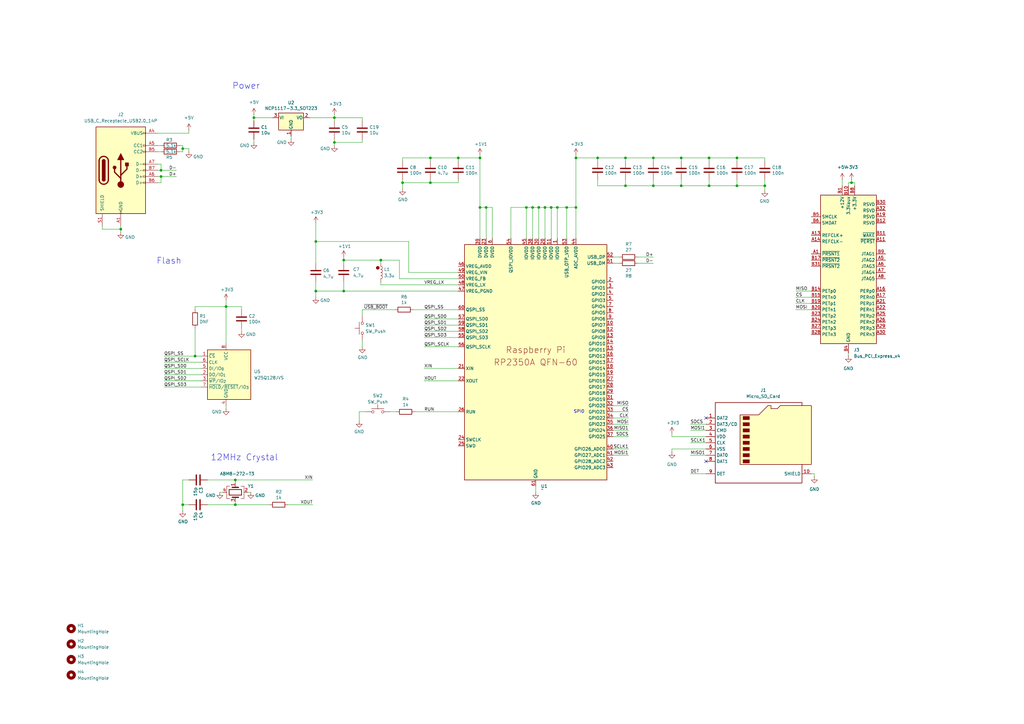
<source format=kicad_sch>
(kicad_sch (version 20250114) (generator "eeschema") (generator_version "9.0")
  (paper "A3")
  (lib_symbols
    (symbol "+3V3_1" (power) (pin_numbers (hide yes)) (pin_names (offset 0) (hide yes))
      (property "Value" "+3V3" (at 0 3.556 0))
      (symbol "+3V3_1_1_1"
        (pin power_in line (at 0 0 90) (length 0) (name "~") (number "1"))
      )
    )
    (symbol "Connector:Bus_PCI_Express_x4"
      (property "Reference" "J" (at -8.89 33.02 0))
      (property "Value" "Bus_PCI_Express_x4" (at 12.7 33.02 0))
      (symbol "Bus_PCI_Express_x4_1_1"
        (pin input line (at -15.24 22.86 0) (length 3.81) (name "SMCLK") (number "B5"))
        (pin bidirectional line (at -15.24 20.32 0) (length 3.81) (name "SMDAT") (number "B6"))
        (pin input line (at -15.24 15.24 0) (length 3.81) (name "REFCLK+") (number "A13"))
        (pin input line (at -15.24 12.7 0) (length 3.81) (name "REFCLK-") (number "A14"))
        (pin passive line (at -15.24 7.62 0) (length 3.81) (name "~{PRSNT1}") (number "A1"))
        (pin passive line (at -15.24 5.08 0) (length 3.81) (name "~{PRSNT2}") (number "B17"))
        (pin passive line (at -15.24 2.54 0) (length 3.81) (name "~{PRSNT2}") (number "B31"))
        (pin input line (at -15.24 -7.62 0) (length 3.81) (name "PETp0") (number "B14"))
        (pin input line (at -15.24 -10.16 0) (length 3.81) (name "PETn0") (number "B15"))
        (pin input line (at -15.24 -12.7 0) (length 3.81) (name "PETp1") (number "B19"))
        (pin input line (at -15.24 -15.24 0) (length 3.81) (name "PETn1") (number "B20"))
        (pin input line (at -15.24 -17.78 0) (length 3.81) (name "PETp2") (number "B23"))
        (pin input line (at -15.24 -20.32 0) (length 3.81) (name "PETn2") (number "B24"))
        (pin input line (at -15.24 -22.86 0) (length 3.81) (name "PETp3") (number "B27"))
        (pin input line (at -15.24 -25.4 0) (length 3.81) (name "PETn3") (number "B28"))
        (pin passive line (at -2.54 35.56 270) (length 3.81) (hide yes) (name "+12V") (number "A2"))
        (pin passive line (at -2.54 35.56 270) (length 3.81) (hide yes) (name "+12V") (number "A3"))
        (pin power_in line (at -2.54 35.56 270) (length 3.81) (name "+12V") (number "B1"))
        (pin passive line (at -2.54 35.56 270) (length 3.81) (hide yes) (name "+12V") (number "B2"))
        (pin passive line (at -2.54 35.56 270) (length 3.81) (hide yes) (name "+12V") (number "B3"))
        (pin power_in line (at 0 35.56 270) (length 3.81) (name "3.3Vaux") (number "B10"))
        (pin passive line (at 0 -33.02 90) (length 3.81) (hide yes) (name "GND") (number "A12"))
        (pin passive line (at 0 -33.02 90) (length 3.81) (hide yes) (name "GND") (number "A15"))
        (pin passive line (at 0 -33.02 90) (length 3.81) (hide yes) (name "GND") (number "A18"))
        (pin passive line (at 0 -33.02 90) (length 3.81) (hide yes) (name "GND") (number "A20"))
        (pin passive line (at 0 -33.02 90) (length 3.81) (hide yes) (name "GND") (number "A23"))
        (pin passive line (at 0 -33.02 90) (length 3.81) (hide yes) (name "GND") (number "A24"))
        (pin passive line (at 0 -33.02 90) (length 3.81) (hide yes) (name "GND") (number "A27"))
        (pin passive line (at 0 -33.02 90) (length 3.81) (hide yes) (name "GND") (number "A28"))
        (pin passive line (at 0 -33.02 90) (length 3.81) (hide yes) (name "GND") (number "A31"))
        (pin passive line (at 0 -33.02 90) (length 3.81) (hide yes) (name "GND") (number "A4"))
        (pin passive line (at 0 -33.02 90) (length 3.81) (hide yes) (name "GND") (number "B13"))
        (pin passive line (at 0 -33.02 90) (length 3.81) (hide yes) (name "GND") (number "B16"))
        (pin passive line (at 0 -33.02 90) (length 3.81) (hide yes) (name "GND") (number "B18"))
        (pin passive line (at 0 -33.02 90) (length 3.81) (hide yes) (name "GND") (number "B21"))
        (pin passive line (at 0 -33.02 90) (length 3.81) (hide yes) (name "GND") (number "B22"))
        (pin passive line (at 0 -33.02 90) (length 3.81) (hide yes) (name "GND") (number "B25"))
        (pin passive line (at 0 -33.02 90) (length 3.81) (hide yes) (name "GND") (number "B26"))
        (pin passive line (at 0 -33.02 90) (length 3.81) (hide yes) (name "GND") (number "B29"))
        (pin passive line (at 0 -33.02 90) (length 3.81) (hide yes) (name "GND") (number "B32"))
        (pin power_in line (at 0 -33.02 90) (length 3.81) (name "GND") (number "B4"))
        (pin passive line (at 0 -33.02 90) (length 3.81) (hide yes) (name "GND") (number "B7"))
        (pin passive line (at 2.54 35.56 270) (length 3.81) (hide yes) (name "+3.3V") (number "A10"))
        (pin passive line (at 2.54 35.56 270) (length 3.81) (hide yes) (name "+3.3V") (number "A9"))
        (pin power_in line (at 2.54 35.56 270) (length 3.81) (name "+3.3V") (number "B8"))
        (pin passive line (at 15.24 27.94 180) (length 3.81) (name "RSVD") (number "B30"))
        (pin passive line (at 15.24 25.4 180) (length 3.81) (name "RSVD") (number "A32"))
        (pin passive line (at 15.24 22.86 180) (length 3.81) (name "RSVD") (number "A19"))
        (pin passive line (at 15.24 20.32 180) (length 3.81) (name "RSVD") (number "B12"))
        (pin open_collector line (at 15.24 15.24 180) (length 3.81) (name "~{WAKE}") (number "B11"))
        (pin input line (at 15.24 12.7 180) (length 3.81) (name "~{PERST}") (number "A11"))
        (pin input line (at 15.24 7.62 180) (length 3.81) (name "JTAG1") (number "B9"))
        (pin input line (at 15.24 5.08 180) (length 3.81) (name "JTAG2") (number "A5"))
        (pin input line (at 15.24 2.54 180) (length 3.81) (name "JTAG3") (number "A6"))
        (pin output line (at 15.24 0 180) (length 3.81) (name "JTAG4") (number "A7"))
        (pin input line (at 15.24 -2.54 180) (length 3.81) (name "JTAG5") (number "A8"))
        (pin output line (at 15.24 -7.62 180) (length 3.81) (name "PERp0") (number "A16"))
        (pin output line (at 15.24 -10.16 180) (length 3.81) (name "PERn0") (number "A17"))
        (pin output line (at 15.24 -12.7 180) (length 3.81) (name "PERp1") (number "A21"))
        (pin output line (at 15.24 -15.24 180) (length 3.81) (name "PERn1") (number "A22"))
        (pin output line (at 15.24 -17.78 180) (length 3.81) (name "PERp2") (number "A25"))
        (pin output line (at 15.24 -20.32 180) (length 3.81) (name "PERn2") (number "A26"))
        (pin output line (at 15.24 -22.86 180) (length 3.81) (name "PERp3") (number "A29"))
        (pin output line (at 15.24 -25.4 180) (length 3.81) (name "PERn3") (number "A30"))
      )
    )
    (symbol "Connector:Micro_SD_Card_Det1"
      (property "Reference" "J" (at -16.51 17.78 0))
      (property "Value" "Micro_SD_Card_Det1" (at 16.51 17.78 0))
      (symbol "Micro_SD_Card_Det1_1_1"
        (pin bidirectional line (at -22.86 10.16 0) (length 3.81) (name "DAT2") (number "1"))
        (pin bidirectional line (at -22.86 7.62 0) (length 3.81) (name "DAT3/CD") (number "2"))
        (pin input line (at -22.86 5.08 0) (length 3.81) (name "CMD") (number "3"))
        (pin power_in line (at -22.86 2.54 0) (length 3.81) (name "VDD") (number "4"))
        (pin input line (at -22.86 0 0) (length 3.81) (name "CLK") (number "5"))
        (pin power_in line (at -22.86 -2.54 0) (length 3.81) (name "VSS") (number "6"))
        (pin bidirectional line (at -22.86 -5.08 0) (length 3.81) (name "DAT0") (number "7"))
        (pin bidirectional line (at -22.86 -7.62 0) (length 3.81) (name "DAT1") (number "8"))
        (pin passive line (at -22.86 -12.7 0) (length 3.81) (name "DET") (number "9"))
        (pin passive line (at 20.32 -12.7 180) (length 3.81) (name "SHIELD") (number "10"))
      )
    )
    (symbol "Connector:USB_C_Receptacle_USB2.0_14P" (pin_names (offset 1.016))
      (property "Reference" "J" (at 0 22.225 0))
      (property "Value" "USB_C_Receptacle_USB2.0_14P" (at 0 19.685 0))
      (symbol "USB_C_Receptacle_USB2.0_14P_1_1"
        (pin passive line (at -7.62 -22.86 90) (length 5.08) (name "SHIELD") (number "S1"))
        (pin passive line (at 0 -22.86 90) (length 5.08) (name "GND") (number "A1"))
        (pin passive line (at 0 -22.86 90) (length 5.08) (hide yes) (name "GND") (number "A12"))
        (pin passive line (at 0 -22.86 90) (length 5.08) (hide yes) (name "GND") (number "B1"))
        (pin passive line (at 0 -22.86 90) (length 5.08) (hide yes) (name "GND") (number "B12"))
        (pin passive line (at 15.24 15.24 180) (length 5.08) (name "VBUS") (number "A4"))
        (pin passive line (at 15.24 15.24 180) (length 5.08) (hide yes) (name "VBUS") (number "A9"))
        (pin passive line (at 15.24 15.24 180) (length 5.08) (hide yes) (name "VBUS") (number "B4"))
        (pin passive line (at 15.24 15.24 180) (length 5.08) (hide yes) (name "VBUS") (number "B9"))
        (pin bidirectional line (at 15.24 10.16 180) (length 5.08) (name "CC1") (number "A5"))
        (pin bidirectional line (at 15.24 7.62 180) (length 5.08) (name "CC2") (number "B5"))
        (pin bidirectional line (at 15.24 2.54 180) (length 5.08) (name "D-") (number "A7"))
        (pin bidirectional line (at 15.24 0 180) (length 5.08) (name "D-") (number "B7"))
        (pin bidirectional line (at 15.24 -2.54 180) (length 5.08) (name "D+") (number "A6"))
        (pin bidirectional line (at 15.24 -5.08 180) (length 5.08) (name "D+") (number "B6"))
      )
    )
    (symbol "Device:C" (pin_numbers (hide yes)) (pin_names (offset 0.254))
      (property "Reference" "C" (at 0.635 2.54 0))
      (property "Value" "C" (at 0.635 -2.54 0))
      (symbol "C_1_1"
        (pin passive line (at 0 3.81 270) (length 2.794) (name "~") (number "1"))
        (pin passive line (at 0 -3.81 90) (length 2.794) (name "~") (number "2"))
      )
    )
    (symbol "Device:Crystal_GND24" (pin_names (offset 1.016) (hide yes))
      (property "Reference" "Y" (at 3.175 5.08 0))
      (property "Value" "Crystal_GND24" (at 3.175 3.175 0))
      (symbol "Crystal_GND24_1_1"
        (pin passive line (at -3.81 0 0) (length 1.27) (name "1") (number "1"))
        (pin passive line (at 0 5.08 270) (length 1.27) (name "2") (number "2"))
        (pin passive line (at 0 -5.08 90) (length 1.27) (name "4") (number "4"))
        (pin passive line (at 3.81 0 180) (length 1.27) (name "3") (number "3"))
      )
    )
    (symbol "Device:L" (pin_numbers (hide yes)) (pin_names (offset 1.016) (hide yes))
      (property "Reference" "L" (at -1.27 0 90))
      (property "Value" "L" (at 1.905 0 90))
      (symbol "L_1_1"
        (pin passive line (at 0 3.81 270) (length 1.27) (name "1") (number "1"))
        (pin passive line (at 0 -3.81 90) (length 1.27) (name "2") (number "2"))
      )
    )
    (symbol "Device:R" (pin_numbers (hide yes)) (pin_names (offset 0))
      (property "Reference" "R" (at 2.032 0 90))
      (property "Value" "R" (at 0 0 90))
      (symbol "R_1_1"
        (pin passive line (at 0 3.81 270) (length 1.27) (name "~") (number "1"))
        (pin passive line (at 0 -3.81 90) (length 1.27) (name "~") (number "2"))
      )
    )
    (symbol "GND_1" (power) (pin_numbers (hide yes)) (pin_names (offset 0) (hide yes))
      (property "Value" "GND" (at 0 -3.81 0))
      (symbol "GND_1_1_1"
        (pin power_in line (at 0 0 270) (length 0) (name "~") (number "1"))
      )
    )
    (symbol "GND_2" (power) (pin_numbers (hide yes)) (pin_names (offset 0) (hide yes))
      (property "Value" "GND" (at 0 -3.81 0))
      (symbol "GND_2_1_1"
        (pin power_in line (at 0 0 270) (length 0) (name "~") (number "1"))
      )
    )
    (symbol "GND_4" (power) (pin_numbers (hide yes)) (pin_names (offset 0) (hide yes))
      (property "Value" "GND" (at 0 -3.81 0))
      (symbol "GND_4_1_1"
        (pin power_in line (at 0 0 270) (length 0) (name "~") (number "1"))
      )
    )
    (symbol "Mechanical:MountingHole" (pin_names (offset 1.016)) (in_bom no)
      (property "Reference" "H" (at 0 5.08 0))
      (property "Value" "MountingHole" (at 0 3.175 0))
    )
    (symbol "Regulator_Linear:NCP1117-3.3_SOT223" (pin_names (offset 0.254))
      (property "Reference" "U" (at -3.81 3.175 0))
      (property "Value" "NCP1117-3.3_SOT223" (at 0 3.175 0))
      (symbol "NCP1117-3.3_SOT223_1_1"
        (pin power_in line (at -7.62 0 0) (length 2.54) (name "VI") (number "3"))
        (pin power_in line (at 0 -7.62 90) (length 2.54) (name "GND") (number "1"))
        (pin power_out line (at 7.62 0 180) (length 2.54) (name "VO") (number "2"))
      )
    )
    (symbol "Switch:SW_Push" (pin_numbers (hide yes)) (pin_names (offset 1.016) (hide yes))
      (property "Reference" "SW" (at 1.27 2.54 0))
      (property "Value" "SW_Push" (at 0 -1.524 0))
      (symbol "SW_Push_0_1"
        (pin passive line (at -5.08 0 0) (length 2.54) (name "1") (number "1"))
        (pin passive line (at 5.08 0 180) (length 2.54) (name "2") (number "2"))
      )
    )
    (symbol "W25Q128JVS_1"
      (property "Reference" "U" (at -6.35 11.43 0))
      (property "Value" "W25Q128JVS" (at 7.62 11.43 0))
      (symbol "W25Q128JVS_1_1_1"
        (pin input line (at -10.16 7.62 0) (length 2.54) (name "~{CS}") (number "1"))
        (pin input line (at -10.16 5.08 0) (length 2.54) (name "CLK") (number "6"))
        (pin bidirectional line (at -10.16 2.54 0) (length 2.54) (name "DI/IO_{0}") (number "5"))
        (pin bidirectional line (at -10.16 0 0) (length 2.54) (name "DO/IO_{1}") (number "2"))
        (pin bidirectional line (at -10.16 -2.54 0) (length 2.54) (name "~{WP}/IO_{2}") (number "3"))
        (pin bidirectional line (at -10.16 -5.08 0) (length 2.54) (name "~{HOLD}/~{RESET}/IO_{3}") (number "7"))
        (pin power_in line (at 0 12.7 270) (length 2.54) (name "VCC") (number "8"))
        (pin power_in line (at 0 -12.7 90) (length 2.54) (name "GND") (number "4"))
      )
    )
    (symbol "inkbadge:RP2350A"
      (property "Reference" "U" (at 4.318 -50.546 0))
      (symbol "RP2350A_0_0"
        (text "Raspberry Pi" (at 0 5.08 0) (effects (font (size 2.54 2.54))))
      )
      (symbol "RP2350A_1_0"
        (text "RP2350A QFN-60" (at 0 0 0) (effects (font (size 2.54 2.54))))
      )
      (symbol "RP2350A_1_1"
        (pin power_in line (at -31.75 39.37 0) (length 2.54) (name "VREG_AVDD") (number "46"))
        (pin power_in line (at -31.75 36.83 0) (length 2.54) (name "VREG_VIN") (number "49"))
        (pin input line (at -31.75 34.29 0) (length 2.54) (name "VREG_FB") (number "50"))
        (pin power_out line (at -31.75 31.75 0) (length 2.54) (name "VREG_LX") (number "48"))
        (pin power_in line (at -31.75 29.21 0) (length 2.54) (name "VREG_PGND") (number "47"))
        (pin bidirectional line (at -31.75 21.59 0) (length 2.54) (name "QSPI_SS") (number "60"))
        (pin bidirectional line (at -31.75 17.78 0) (length 2.54) (name "QSPI_SD0") (number "57"))
        (pin bidirectional line (at -31.75 15.24 0) (length 2.54) (name "QSPI_SD1") (number "59"))
        (pin bidirectional line (at -31.75 12.7 0) (length 2.54) (name "QSPI_SD2") (number "58"))
        (pin bidirectional line (at -31.75 10.16 0) (length 2.54) (name "QSPI_SD3") (number "55"))
        (pin output line (at -31.75 6.35 0) (length 2.54) (name "QSPI_SCLK") (number "56"))
        (pin input line (at -31.75 -2.54 0) (length 2.54) (name "XIN") (number "21"))
        (pin passive line (at -31.75 -7.62 0) (length 2.54) (name "XOUT") (number "22"))
        (pin input line (at -31.75 -20.32 0) (length 2.54) (name "RUN") (number "26"))
        (pin output line (at -31.75 -31.75 0) (length 2.54) (name "SWCLK") (number "24"))
        (pin bidirectional line (at -31.75 -34.29 0) (length 2.54) (name "SWD") (number "25"))
        (pin power_in line (at -22.86 50.8 270) (length 2.54) (name "DVDD") (number "39"))
        (pin power_in line (at -20.32 50.8 270) (length 2.54) (name "DVDD") (number "23"))
        (pin power_in line (at -17.78 50.8 270) (length 2.54) (name "DVDD") (number "6"))
        (pin power_in line (at -10.16 50.8 270) (length 2.54) (name "QSPI_IOVDD") (number "54"))
        (pin power_in line (at -3.81 50.8 270) (length 2.54) (name "IOVDD") (number "45"))
        (pin power_in line (at -1.27 50.8 270) (length 2.54) (name "IOVDD") (number "38"))
        (pin power_in line (at 0 -50.8 90) (length 2.54) (name "GND") (number "61"))
        (pin power_in line (at 1.27 50.8 270) (length 2.54) (name "IOVDD") (number "30"))
        (pin power_in line (at 3.81 50.8 270) (length 2.54) (name "IOVDD") (number "20"))
        (pin power_in line (at 6.35 50.8 270) (length 2.54) (name "IOVDD") (number "11"))
        (pin power_in line (at 8.89 50.8 270) (length 2.54) (name "IOVDD") (number "1"))
        (pin power_in line (at 12.7 50.8 270) (length 2.54) (name "USB_OTP_VDD") (number "53"))
        (pin power_in line (at 16.51 50.8 270) (length 2.54) (name "ADC_AVDD") (number "44"))
        (pin bidirectional line (at 31.75 43.18 180) (length 2.54) (name "USB_DP") (number "52"))
        (pin bidirectional line (at 31.75 40.64 180) (length 2.54) (name "USB_DM") (number "51"))
        (pin bidirectional line (at 31.75 33.02 180) (length 2.54) (name "GPIO0") (number "2"))
        (pin bidirectional line (at 31.75 30.48 180) (length 2.54) (name "GPIO1") (number "3"))
        (pin bidirectional line (at 31.75 27.94 180) (length 2.54) (name "GPIO2") (number "4"))
        (pin bidirectional line (at 31.75 25.4 180) (length 2.54) (name "GPIO3") (number "5"))
        (pin bidirectional line (at 31.75 22.86 180) (length 2.54) (name "GPIO4") (number "7"))
        (pin bidirectional line (at 31.75 20.32 180) (length 2.54) (name "GPIO5") (number "8"))
        (pin bidirectional line (at 31.75 17.78 180) (length 2.54) (name "GPIO6") (number "9"))
        (pin bidirectional line (at 31.75 15.24 180) (length 2.54) (name "GPIO7") (number "10"))
        (pin bidirectional line (at 31.75 12.7 180) (length 2.54) (name "GPIO8") (number "12"))
        (pin bidirectional line (at 31.75 10.16 180) (length 2.54) (name "GPIO9") (number "13"))
        (pin bidirectional line (at 31.75 7.62 180) (length 2.54) (name "GPIO10") (number "14"))
        (pin bidirectional line (at 31.75 5.08 180) (length 2.54) (name "GPIO11") (number "15"))
        (pin bidirectional line (at 31.75 2.54 180) (length 2.54) (name "GPIO12") (number "16"))
        (pin bidirectional line (at 31.75 0 180) (length 2.54) (name "GPIO13") (number "17"))
        (pin bidirectional line (at 31.75 -2.54 180) (length 2.54) (name "GPIO14") (number "18"))
        (pin bidirectional line (at 31.75 -5.08 180) (length 2.54) (name "GPIO15") (number "19"))
        (pin bidirectional line (at 31.75 -7.62 180) (length 2.54) (name "GPIO16") (number "27"))
        (pin bidirectional line (at 31.75 -10.16 180) (length 2.54) (name "GPIO17") (number "28"))
        (pin bidirectional line (at 31.75 -12.7 180) (length 2.54) (name "GPIO18") (number "29"))
        (pin bidirectional line (at 31.75 -15.24 180) (length 2.54) (name "GPIO19") (number "31"))
        (pin bidirectional line (at 31.75 -17.78 180) (length 2.54) (name "GPIO20") (number "32"))
        (pin bidirectional line (at 31.75 -20.32 180) (length 2.54) (name "GPIO21") (number "33"))
        (pin bidirectional line (at 31.75 -22.86 180) (length 2.54) (name "GPIO22") (number "34"))
        (pin bidirectional line (at 31.75 -25.4 180) (length 2.54) (name "GPIO23") (number "35"))
        (pin bidirectional line (at 31.75 -27.94 180) (length 2.54) (name "GPIO24") (number "36"))
        (pin bidirectional line (at 31.75 -30.48 180) (length 2.54) (name "GPIO25") (number "37"))
        (pin bidirectional line (at 31.75 -35.56 180) (length 2.54) (name "GPIO26_ADC0") (number "40"))
        (pin bidirectional line (at 31.75 -38.1 180) (length 2.54) (name "GPIO27_ADC1") (number "41"))
        (pin bidirectional line (at 31.75 -40.64 180) (length 2.54) (name "GPIO28_ADC2") (number "42"))
        (pin bidirectional line (at 31.75 -43.18 180) (length 2.54) (name "GPIO29_ADC3") (number "43"))
      )
    )
    (symbol "power:+1V1" (power) (pin_names (offset 0))
      (property "Value" "+1V1" (at 0 3.556 0))
      (symbol "+1V1_1_1"
        (pin power_in line (at 0 0 90) (length 0) (hide yes) (name "+1V1") (number "1"))
      )
    )
    (symbol "power:+3V3" (power) (pin_names (offset 0))
      (property "Value" "+3V3" (at 0 3.556 0))
      (symbol "+3V3_1_1"
        (pin power_in line (at 0 0 90) (length 0) (hide yes) (name "+3V3") (number "1"))
      )
    )
    (symbol "power:+5V" (power) (pin_numbers (hide yes)) (pin_names (offset 0) (hide yes))
      (property "Value" "+5V" (at 0 3.556 0))
      (symbol "+5V_1_1"
        (pin power_in line (at 0 0 90) (length 0) (name "~") (number "1"))
      )
    )
    (symbol "power:GND" (power) (pin_names (offset 0))
      (property "Value" "GND" (at 0 -3.81 0))
      (symbol "GND_1_1"
        (pin power_in line (at 0 0 270) (length 0) (hide yes) (name "GND") (number "1"))
      )
    )
  )
  (circle (center 154.94 109.855) (radius 0.635) (stroke (width 0) (color 132 0 0 1)) (fill (type color) (color 132 0 0 1)))
  (text "Power" (at 95.25 36.83 0) (effects (font (size 2.54 2.54)) (justify left bottom)))
  (text "SPI0" (at 237.49 168.91 0) (effects (font (size 1.27 1.27))))
  (text "12MHz Crystal" (at 86.36 189.23 0) (effects (font (size 2.54 2.54)) (justify left bottom)))
  (text "Flash" (at 64.135 108.585 0) (effects (font (size 2.54 2.54)) (justify left bottom)))
  (junction (at 66.04 72.39))
  (junction (at 290.83 64.77))
  (junction (at 220.98 85.09))
  (junction (at 129.54 119.38))
  (junction (at 140.97 119.38))
  (junction (at 290.83 76.2))
  (junction (at 279.4 64.77))
  (junction (at 80.01 146.05))
  (junction (at 228.6 85.09))
  (junction (at 137.16 48.26))
  (junction (at 256.54 76.2))
  (junction (at 96.52 207.01))
  (junction (at 140.97 106.68))
  (junction (at 176.53 64.77))
  (junction (at 236.22 85.09))
  (junction (at 66.04 69.85))
  (junction (at 232.41 85.09))
  (junction (at 49.53 93.98))
  (junction (at 74.93 60.96))
  (junction (at 349.25 74.93))
  (junction (at 302.26 76.2))
  (junction (at 236.22 64.77))
  (junction (at 267.97 76.2))
  (junction (at 165.1 74.93))
  (junction (at 129.54 99.06))
  (junction (at 176.53 74.93))
  (junction (at 187.96 64.77))
  (junction (at 245.11 64.77))
  (junction (at 74.93 207.01))
  (junction (at 196.85 64.77))
  (junction (at 218.44 85.09))
  (junction (at 104.14 48.26))
  (junction (at 279.4 76.2))
  (junction (at 313.69 76.2))
  (junction (at 199.39 85.09))
  (junction (at 302.26 64.77))
  (junction (at 196.85 85.09))
  (junction (at 156.21 106.68))
  (junction (at 226.06 85.09))
  (junction (at 215.9 85.09))
  (junction (at 92.71 125.73))
  (junction (at 223.52 85.09))
  (junction (at 96.52 196.85))
  (junction (at 256.54 64.77))
  (junction (at 267.97 64.77))
  (junction (at 137.16 58.42))
  (no_connect (at 289.56 171.45))
  (no_connect (at 289.56 189.23))
  (wire (pts (xy 187.96 74.93) (xy 187.96 73.66)))
  (wire (pts (xy 99.06 127) (xy 99.06 125.73)))
  (wire (pts (xy 137.16 59.69) (xy 137.16 58.42)))
  (wire (pts (xy 127 48.26) (xy 137.16 48.26)))
  (wire (pts (xy 257.81 173.99) (xy 251.46 173.99)))
  (wire (pts (xy 199.39 85.09) (xy 201.93 85.09)))
  (wire (pts (xy 187.96 127) (xy 169.545 127)))
  (wire (pts (xy 349.25 74.93) (xy 350.52 74.93)))
  (wire (pts (xy 72.39 72.39) (xy 66.04 72.39)))
  (wire (pts (xy 187.96 142.24) (xy 173.99 142.24)))
  (wire (pts (xy 283.21 194.31) (xy 289.56 194.31)))
  (wire (pts (xy 302.26 66.04) (xy 302.26 64.77)))
  (wire (pts (xy 313.69 76.2) (xy 313.69 78.105)))
  (wire (pts (xy 118.11 207.01) (xy 128.27 207.01)))
  (wire (pts (xy 302.26 73.66) (xy 302.26 76.2)))
  (wire (pts (xy 41.91 93.98) (xy 41.91 92.71)))
  (wire (pts (xy 275.59 184.15) (xy 275.59 185.42)))
  (wire (pts (xy 257.81 186.69) (xy 251.46 186.69)))
  (wire (pts (xy 232.41 85.09) (xy 236.22 85.09)))
  (wire (pts (xy 99.06 134.62) (xy 99.06 135.89)))
  (wire (pts (xy 201.93 85.09) (xy 201.93 97.79)))
  (wire (pts (xy 129.54 119.38) (xy 140.97 119.38)))
  (wire (pts (xy 74.93 59.69) (xy 74.93 60.96)))
  (wire (pts (xy 173.99 138.43) (xy 187.96 138.43)))
  (wire (pts (xy 289.56 184.15) (xy 275.59 184.15)))
  (wire (pts (xy 104.14 57.15) (xy 104.14 58.42)))
  (wire (pts (xy 92.71 166.37) (xy 92.71 167.64)))
  (wire (pts (xy 147.32 168.91) (xy 147.32 172.72)))
  (wire (pts (xy 148.59 127) (xy 148.59 129.54)))
  (wire (pts (xy 223.52 85.09) (xy 226.06 85.09)))
  (wire (pts (xy 129.54 99.06) (xy 167.64 99.06)))
  (wire (pts (xy 251.46 105.41) (xy 254 105.41)))
  (wire (pts (xy 111.76 48.26) (xy 104.14 48.26)))
  (wire (pts (xy 49.53 93.98) (xy 49.53 95.25)))
  (wire (pts (xy 77.47 54.61) (xy 64.77 54.61)))
  (wire (pts (xy 290.83 76.2) (xy 279.4 76.2)))
  (wire (pts (xy 220.98 97.79) (xy 220.98 85.09)))
  (wire (pts (xy 334.01 194.31) (xy 332.74 194.31)))
  (wire (pts (xy 165.1 64.77) (xy 176.53 64.77)))
  (wire (pts (xy 129.54 99.06) (xy 129.54 107.95)))
  (wire (pts (xy 199.39 97.79) (xy 199.39 85.09)))
  (wire (pts (xy 209.55 97.79) (xy 209.55 85.09)))
  (wire (pts (xy 326.39 121.92) (xy 332.74 121.92)))
  (wire (pts (xy 101.6 201.93) (xy 102.87 201.93)))
  (wire (pts (xy 82.55 151.13) (xy 67.31 151.13)))
  (wire (pts (xy 137.16 48.26) (xy 148.59 48.26)))
  (wire (pts (xy 261.62 105.41) (xy 267.97 105.41)))
  (wire (pts (xy 66.04 69.85) (xy 66.04 67.31)))
  (wire (pts (xy 170.18 168.91) (xy 187.96 168.91)))
  (wire (pts (xy 92.71 123.19) (xy 92.71 125.73)))
  (wire (pts (xy 228.6 85.09) (xy 228.6 97.79)))
  (wire (pts (xy 82.55 158.75) (xy 67.31 158.75)))
  (wire (pts (xy 137.16 48.26) (xy 137.16 46.99)))
  (wire (pts (xy 257.81 166.37) (xy 251.46 166.37)))
  (wire (pts (xy 176.53 64.77) (xy 187.96 64.77)))
  (wire (pts (xy 199.39 85.09) (xy 196.85 85.09)))
  (wire (pts (xy 283.21 176.53) (xy 289.56 176.53)))
  (wire (pts (xy 290.83 64.77) (xy 302.26 64.77)))
  (wire (pts (xy 219.71 199.39) (xy 219.71 201.93)))
  (wire (pts (xy 82.55 156.21) (xy 67.31 156.21)))
  (wire (pts (xy 313.69 66.04) (xy 313.69 64.77)))
  (wire (pts (xy 279.4 64.77) (xy 290.83 64.77)))
  (wire (pts (xy 236.22 64.77) (xy 236.22 85.09)))
  (wire (pts (xy 176.53 74.93) (xy 187.96 74.93)))
  (wire (pts (xy 267.97 64.77) (xy 279.4 64.77)))
  (wire (pts (xy 67.31 146.05) (xy 80.01 146.05)))
  (wire (pts (xy 148.59 139.7) (xy 148.59 142.24)))
  (wire (pts (xy 326.39 124.46) (xy 332.74 124.46)))
  (wire (pts (xy 257.81 168.91) (xy 251.46 168.91)))
  (wire (pts (xy 302.26 76.2) (xy 313.69 76.2)))
  (wire (pts (xy 140.97 105.41) (xy 140.97 106.68)))
  (wire (pts (xy 347.98 74.93) (xy 347.98 76.2)))
  (wire (pts (xy 77.47 62.23) (xy 77.47 60.96)))
  (wire (pts (xy 218.44 85.09) (xy 220.98 85.09)))
  (wire (pts (xy 85.09 196.85) (xy 96.52 196.85)))
  (wire (pts (xy 96.52 196.85) (xy 128.27 196.85)))
  (wire (pts (xy 173.99 133.35) (xy 187.96 133.35)))
  (wire (pts (xy 267.97 66.04) (xy 267.97 64.77)))
  (wire (pts (xy 187.96 114.3) (xy 163.83 114.3)))
  (wire (pts (xy 257.81 179.07) (xy 251.46 179.07)))
  (wire (pts (xy 256.54 76.2) (xy 245.11 76.2)))
  (wire (pts (xy 129.54 91.44) (xy 129.54 99.06)))
  (wire (pts (xy 176.53 66.04) (xy 176.53 64.77)))
  (wire (pts (xy 129.54 119.38) (xy 129.54 121.92)))
  (wire (pts (xy 66.04 72.39) (xy 66.04 74.93)))
  (wire (pts (xy 209.55 85.09) (xy 215.9 85.09)))
  (wire (pts (xy 256.54 73.66) (xy 256.54 76.2)))
  (wire (pts (xy 77.47 196.85) (xy 74.93 196.85)))
  (wire (pts (xy 147.32 168.91) (xy 149.86 168.91)))
  (wire (pts (xy 148.59 58.42) (xy 148.59 57.15)))
  (wire (pts (xy 196.85 64.77) (xy 196.85 85.09)))
  (wire (pts (xy 228.6 85.09) (xy 232.41 85.09)))
  (wire (pts (xy 283.21 173.99) (xy 289.56 173.99)))
  (wire (pts (xy 96.52 205.74) (xy 96.52 207.01)))
  (wire (pts (xy 257.81 184.15) (xy 251.46 184.15)))
  (wire (pts (xy 85.09 207.01) (xy 96.52 207.01)))
  (wire (pts (xy 215.9 97.79) (xy 215.9 85.09)))
  (wire (pts (xy 236.22 63.5) (xy 236.22 64.77)))
  (wire (pts (xy 73.66 62.23) (xy 74.93 62.23)))
  (wire (pts (xy 156.21 106.68) (xy 156.21 107.95)))
  (wire (pts (xy 236.22 85.09) (xy 236.22 97.79)))
  (wire (pts (xy 245.11 66.04) (xy 245.11 64.77)))
  (wire (pts (xy 92.71 125.73) (xy 92.71 140.97)))
  (wire (pts (xy 176.53 73.66) (xy 176.53 74.93)))
  (wire (pts (xy 326.39 127) (xy 332.74 127)))
  (wire (pts (xy 167.64 111.76) (xy 187.96 111.76)))
  (wire (pts (xy 156.21 116.84) (xy 187.96 116.84)))
  (wire (pts (xy 251.46 107.95) (xy 254 107.95)))
  (wire (pts (xy 187.96 64.77) (xy 196.85 64.77)))
  (wire (pts (xy 140.97 115.57) (xy 140.97 119.38)))
  (wire (pts (xy 223.52 97.79) (xy 223.52 85.09)))
  (wire (pts (xy 104.14 46.99) (xy 104.14 48.26)))
  (wire (pts (xy 187.96 66.04) (xy 187.96 64.77)))
  (wire (pts (xy 275.59 177.8) (xy 275.59 179.07)))
  (wire (pts (xy 165.1 74.93) (xy 176.53 74.93)))
  (wire (pts (xy 140.97 107.95) (xy 140.97 106.68)))
  (wire (pts (xy 64.77 62.23) (xy 66.04 62.23)))
  (wire (pts (xy 163.83 106.68) (xy 156.21 106.68)))
  (wire (pts (xy 267.97 73.66) (xy 267.97 76.2)))
  (wire (pts (xy 104.14 49.53) (xy 104.14 48.26)))
  (wire (pts (xy 196.85 85.09) (xy 196.85 97.79)))
  (wire (pts (xy 256.54 66.04) (xy 256.54 64.77)))
  (wire (pts (xy 137.16 58.42) (xy 148.59 58.42)))
  (wire (pts (xy 257.81 176.53) (xy 251.46 176.53)))
  (wire (pts (xy 326.39 119.38) (xy 332.74 119.38)))
  (wire (pts (xy 279.4 76.2) (xy 267.97 76.2)))
  (wire (pts (xy 220.98 85.09) (xy 223.52 85.09)))
  (wire (pts (xy 279.4 73.66) (xy 279.4 76.2)))
  (wire (pts (xy 173.99 151.13) (xy 187.96 151.13)))
  (wire (pts (xy 148.59 49.53) (xy 148.59 48.26)))
  (wire (pts (xy 80.01 146.05) (xy 82.55 146.05)))
  (wire (pts (xy 49.53 92.71) (xy 49.53 93.98)))
  (wire (pts (xy 140.97 106.68) (xy 156.21 106.68)))
  (wire (pts (xy 161.925 127) (xy 148.59 127)))
  (wire (pts (xy 66.04 67.31) (xy 64.77 67.31)))
  (wire (pts (xy 77.47 207.01) (xy 74.93 207.01)))
  (wire (pts (xy 302.26 64.77) (xy 313.69 64.77)))
  (wire (pts (xy 99.06 125.73) (xy 92.71 125.73)))
  (wire (pts (xy 275.59 179.07) (xy 289.56 179.07)))
  (wire (pts (xy 137.16 57.15) (xy 137.16 58.42)))
  (wire (pts (xy 74.93 207.01) (xy 74.93 209.55)))
  (wire (pts (xy 257.81 171.45) (xy 251.46 171.45)))
  (wire (pts (xy 165.1 66.04) (xy 165.1 64.77)))
  (wire (pts (xy 80.01 125.73) (xy 92.71 125.73)))
  (wire (pts (xy 350.52 74.93) (xy 350.52 76.2)))
  (wire (pts (xy 313.69 73.66) (xy 313.69 76.2)))
  (wire (pts (xy 267.97 76.2) (xy 256.54 76.2)))
  (wire (pts (xy 163.83 114.3) (xy 163.83 106.68)))
  (wire (pts (xy 64.77 72.39) (xy 66.04 72.39)))
  (wire (pts (xy 232.41 97.79) (xy 232.41 85.09)))
  (wire (pts (xy 140.97 119.38) (xy 187.96 119.38)))
  (wire (pts (xy 349.25 74.93) (xy 347.98 74.93)))
  (wire (pts (xy 290.83 73.66) (xy 290.83 76.2)))
  (wire (pts (xy 137.16 49.53) (xy 137.16 48.26)))
  (wire (pts (xy 215.9 85.09) (xy 218.44 85.09)))
  (wire (pts (xy 64.77 59.69) (xy 66.04 59.69)))
  (wire (pts (xy 167.64 99.06) (xy 167.64 111.76)))
  (wire (pts (xy 96.52 207.01) (xy 110.49 207.01)))
  (wire (pts (xy 165.1 74.93) (xy 165.1 77.47)))
  (wire (pts (xy 226.06 97.79) (xy 226.06 85.09)))
  (wire (pts (xy 96.52 198.12) (xy 96.52 196.85)))
  (wire (pts (xy 90.17 201.93) (xy 91.44 201.93)))
  (wire (pts (xy 160.02 168.91) (xy 162.56 168.91)))
  (wire (pts (xy 290.83 66.04) (xy 290.83 64.77)))
  (wire (pts (xy 80.01 127) (xy 80.01 125.73)))
  (wire (pts (xy 236.22 64.77) (xy 245.11 64.77)))
  (wire (pts (xy 165.1 73.66) (xy 165.1 74.93)))
  (wire (pts (xy 173.99 135.89) (xy 187.96 135.89)))
  (wire (pts (xy 347.98 144.78) (xy 347.98 146.05)))
  (wire (pts (xy 119.38 55.88) (xy 119.38 57.15)))
  (wire (pts (xy 256.54 64.77) (xy 267.97 64.77)))
  (wire (pts (xy 349.25 73.66) (xy 349.25 74.93)))
  (wire (pts (xy 66.04 69.85) (xy 64.77 69.85)))
  (wire (pts (xy 283.21 181.61) (xy 289.56 181.61)))
  (wire (pts (xy 74.93 60.96) (xy 74.93 62.23)))
  (wire (pts (xy 82.55 153.67) (xy 67.31 153.67)))
  (wire (pts (xy 73.66 59.69) (xy 74.93 59.69)))
  (wire (pts (xy 77.47 53.34) (xy 77.47 54.61)))
  (wire (pts (xy 261.62 107.95) (xy 267.97 107.95)))
  (wire (pts (xy 283.21 186.69) (xy 289.56 186.69)))
  (wire (pts (xy 72.39 69.85) (xy 66.04 69.85)))
  (wire (pts (xy 74.93 60.96) (xy 77.47 60.96)))
  (wire (pts (xy 66.04 74.93) (xy 64.77 74.93)))
  (wire (pts (xy 173.99 130.81) (xy 187.96 130.81)))
  (wire (pts (xy 334.01 195.58) (xy 334.01 194.31)))
  (wire (pts (xy 302.26 76.2) (xy 290.83 76.2)))
  (wire (pts (xy 49.53 93.98) (xy 41.91 93.98)))
  (wire (pts (xy 129.54 115.57) (xy 129.54 119.38)))
  (wire (pts (xy 196.85 63.5) (xy 196.85 64.77)))
  (wire (pts (xy 245.11 64.77) (xy 256.54 64.77)))
  (wire (pts (xy 279.4 66.04) (xy 279.4 64.77)))
  (wire (pts (xy 226.06 85.09) (xy 228.6 85.09)))
  (wire (pts (xy 67.31 148.59) (xy 82.55 148.59)))
  (wire (pts (xy 156.21 116.84) (xy 156.21 115.57)))
  (wire (pts (xy 245.11 73.66) (xy 245.11 76.2)))
  (wire (pts (xy 80.01 134.62) (xy 80.01 146.05)))
  (wire (pts (xy 187.96 156.21) (xy 173.99 156.21)))
  (wire (pts (xy 74.93 196.85) (xy 74.93 207.01)))
  (wire (pts (xy 218.44 97.79) (xy 218.44 85.09)))
  (wire (pts (xy 345.44 73.66) (xy 345.44 76.2)))
  (label "XIN" (at 128.27 196.85 180))
  (label "MISO" (at 257.81 166.37 180))
  (label "SDCS" (at 283.21 173.99 0))
  (label "MOSI" (at 257.81 173.99 180))
  (label "D+" (at 72.39 72.39 180))
  (label "D-" (at 267.97 107.95 180))
  (label "QSPI_SS" (at 173.99 127 0))
  (label "QSPI_SD3" (at 67.31 158.75 0))
  (label "MOSI" (at 326.39 127 0))
  (label "SDCS" (at 257.81 179.07 180))
  (label "D+" (at 267.97 105.41 180))
  (label "MISO1" (at 257.81 176.53 180))
  (label "QSPI_SD0" (at 67.31 151.13 0))
  (label "RUN" (at 173.99 168.91 0))
  (label "QSPI_SD1" (at 67.31 153.67 0))
  (label "XIN" (at 173.99 151.13 0))
  (label "MOSI1" (at 283.21 176.53 0))
  (label "QSPI_SD0" (at 173.99 130.81 0))
  (label "QSPI_SCLK" (at 67.31 148.59 0))
  (label "XOUT" (at 173.99 156.21 0))
  (label "SCLK1" (at 257.81 184.15 180))
  (label "XOUT" (at 128.27 207.01 180))
  (label "D-" (at 72.39 69.85 180))
  (label "SCLK1" (at 283.21 181.61 0))
  (label "CLK" (at 257.81 171.45 180))
  (label "QSPI_SD1" (at 173.99 133.35 0))
  (label "QSPI_SCLK" (at 173.99 142.24 0))
  (label "MISO" (at 326.39 119.38 0))
  (label "MISO1" (at 283.21 186.69 0))
  (label "QSPI_SD2" (at 173.99 135.89 0))
  (label "QSPI_SD2" (at 67.31 156.21 0))
  (label "CS" (at 326.39 121.92 0))
  (label "MOSI1" (at 257.81 186.69 180))
  (label "VREG_LX" (at 173.99 116.84 0))
  (label "CLK" (at 326.39 124.46 0))
  (label "DET" (at 283.21 194.31 0))
  (label "CS" (at 257.81 168.91 180))
  (label "~{USB_BOOT}" (at 149.225 127 0))
  (label "QSPI_SD3" (at 173.99 138.43 0))
  (label "QSPI_SS" (at 67.31 146.05 0))
  (symbol (lib_id "power:+3V3") (at 92.71 123.19 0) (unit 1)
    (property "Reference" "#PWR04" (effects (hide yes)))
    (property "Value" "+3V3" (at 93.091 118.7958 0))
  )
  (symbol (lib_id "power:GND") (at 92.71 167.64 0) (unit 1)
    (property "Reference" "#PWR05" (effects (hide yes)))
    (property "Value" "GND" (at 88.9 168.91 0))
  )
  (symbol (lib_id "Device:R") (at 80.01 130.81 0) (unit 1)
    (property "Reference" "R1" (at 81.788 129.6416 0) (effects (justify left)))
    (property "Value" "DNF" (at 81.788 131.953 0) (effects (justify left)))
    (property "Footprint" "Resistor_SMD:R_0402_1005Metric" (effects (hide yes)))
  )
  (symbol (lib_id "Device:C") (at 99.06 130.81 0) (unit 1)
    (property "Reference" "C2" (at 101.981 129.6416 0) (effects (justify left)))
    (property "Value" "100n" (at 101.981 131.953 0) (effects (justify left)))
    (property "Footprint" "Capacitor_SMD:C_0402_1005Metric" (effects (hide yes)))
  )
  (symbol (lib_id "power:GND") (at 99.06 135.89 0) (unit 1)
    (property "Reference" "#PWR06" (effects (hide yes)))
    (property "Value" "GND" (at 102.87 137.16 0))
  )
  (symbol (lib_id "power:GND") (at 219.71 201.93 0) (unit 1)
    (property "Reference" "#PWR021" (effects (hide yes)))
    (property "Value" "GND" (at 219.837 206.3242 0))
  )
  (symbol (lib_id "Device:R") (at 257.81 105.41 270) (unit 1)
    (property "Reference" "R7" (at 257.81 100.1522 90))
    (property "Value" "27" (at 257.81 102.4636 90))
    (property "Footprint" "Resistor_SMD:R_0402_1005Metric" (effects (hide yes)))
  )
  (symbol (lib_id "Device:R") (at 257.81 107.95 270) (mirror x) (unit 1)
    (property "Reference" "R8" (at 257.81 113.2078 90))
    (property "Value" "27" (at 257.81 110.8964 90))
    (property "Footprint" "Resistor_SMD:R_0402_1005Metric" (effects (hide yes)))
  )
  (symbol (lib_id "power:+3V3") (at 236.22 63.5 0) (unit 1)
    (property "Reference" "#PWR022" (effects (hide yes)))
    (property "Value" "+3V3" (at 236.601 59.1058 0))
  )
  (symbol (lib_id "Device:C") (at 245.11 69.85 0) (unit 1)
    (property "Reference" "C12" (at 248.031 68.6816 0) (effects (justify left)))
    (property "Value" "100n" (at 248.031 70.993 0) (effects (justify left)))
    (property "Footprint" "Capacitor_SMD:C_0402_1005Metric" (effects (hide yes)))
  )
  (symbol (lib_id "Device:C") (at 256.54 69.85 0) (unit 1)
    (property "Reference" "C13" (at 259.461 68.6816 0) (effects (justify left)))
    (property "Value" "100n" (at 259.461 70.993 0) (effects (justify left)))
    (property "Footprint" "Capacitor_SMD:C_0402_1005Metric" (effects (hide yes)))
  )
  (symbol (lib_id "Device:C") (at 267.97 69.85 0) (unit 1)
    (property "Reference" "C14" (at 270.891 68.6816 0) (effects (justify left)))
    (property "Value" "100n" (at 270.891 70.993 0) (effects (justify left)))
    (property "Footprint" "Capacitor_SMD:C_0402_1005Metric" (effects (hide yes)))
  )
  (symbol (lib_id "Device:C") (at 279.4 69.85 0) (unit 1)
    (property "Reference" "C15" (at 282.321 68.6816 0) (effects (justify left)))
    (property "Value" "100n" (at 282.321 70.993 0) (effects (justify left)))
    (property "Footprint" "Capacitor_SMD:C_0402_1005Metric" (effects (hide yes)))
  )
  (symbol (lib_id "Device:C") (at 290.83 69.85 0) (unit 1)
    (property "Reference" "C16" (at 293.751 68.6816 0) (effects (justify left)))
    (property "Value" "100n" (at 293.751 70.993 0) (effects (justify left)))
    (property "Footprint" "Capacitor_SMD:C_0402_1005Metric" (effects (hide yes)))
  )
  (symbol (lib_id "Device:C") (at 302.26 69.85 0) (unit 1)
    (property "Reference" "C17" (at 305.181 68.6816 0) (effects (justify left)))
    (property "Value" "100n" (at 305.181 70.993 0) (effects (justify left)))
    (property "Footprint" "Capacitor_SMD:C_0402_1005Metric" (effects (hide yes)))
  )
  (symbol (lib_id "Regulator_Linear:NCP1117-3.3_SOT223") (at 119.38 48.26 0) (unit 1)
    (property "Reference" "U2" (at 119.38 42.1132 0))
    (property "Value" "NCP1117-3.3_SOT223" (at 119.38 44.4246 0))
    (property "Footprint" "Package_TO_SOT_SMD:SOT-223-3_TabPin2" (effects (hide yes)))
    (property "Datasheet" "http://www.onsemi.com/pub_link/Collateral/NCP1117-D.PDF" (effects (hide yes)))
  )
  (symbol (lib_id "power:GND") (at 119.38 57.15 0) (unit 1)
    (property "Reference" "#PWR08" (effects (hide yes)))
    (property "Value" "GND" (at 115.57 58.42 0))
  )
  (symbol (lib_id "power:+3V3") (at 137.16 46.99 0) (unit 1)
    (property "Reference" "#PWR010" (effects (hide yes)))
    (property "Value" "+3V3" (at 137.541 42.5958 0))
  )
  (symbol (lib_id "Device:C") (at 104.14 53.34 0) (unit 1)
    (property "Reference" "C1" (at 107.061 52.1716 0) (effects (justify left)))
    (property "Value" "10u" (at 107.061 54.483 0) (effects (justify left)))
    (property "Footprint" "Capacitor_SMD:C_0603_1608Metric" (effects (hide yes)))
  )
  (symbol (lib_id "Device:C") (at 137.16 53.34 0) (unit 1)
    (property "Reference" "C5" (at 140.081 52.1716 0) (effects (justify left)))
    (property "Value" "10u" (at 140.081 54.483 0) (effects (justify left)))
    (property "Footprint" "Capacitor_SMD:C_0603_1608Metric" (effects (hide yes)))
  )
  (symbol (lib_id "power:GND") (at 104.14 58.42 0) (unit 1)
    (property "Reference" "#PWR03" (effects (hide yes)))
    (property "Value" "GND" (at 100.33 59.69 0))
  )
  (symbol (lib_id "power:GND") (at 137.16 59.69 0) (unit 1)
    (property "Reference" "#PWR011" (effects (hide yes)))
    (property "Value" "GND" (at 133.35 60.96 0))
  )
  (symbol (lib_id "Device:C") (at 148.59 53.34 0) (unit 1)
    (property "Reference" "C19" (at 151.511 52.1716 0) (effects (justify left)))
    (property "Value" "10u" (at 151.511 54.483 0) (effects (justify left)))
    (property "Footprint" "Capacitor_SMD:C_0603_1608Metric" (effects (hide yes)))
  )
  (symbol (lib_id "power:+3V3") (at 129.54 91.44 0) (unit 1)
    (property "Reference" "#PWR013" (effects (hide yes)))
    (property "Value" "+3V3" (at 129.921 87.0458 0))
  )
  (symbol (lib_id "Device:C") (at 187.96 69.85 0) (unit 1)
    (property "Reference" "C11" (at 190.881 68.6816 0) (effects (justify left)))
    (property "Value" "100n" (at 190.881 70.993 0) (effects (justify left)))
    (property "Footprint" "Capacitor_SMD:C_0402_1005Metric" (effects (hide yes)))
  )
  (symbol (lib_id "Device:R") (at 166.37 168.91 270) (unit 1)
    (property "Reference" "R4" (at 166.37 163.6522 90))
    (property "Value" "1k" (at 166.37 165.9636 90))
    (property "Footprint" "Resistor_SMD:R_0402_1005Metric" (effects (hide yes)))
  )
  (symbol (lib_id "power:GND") (at 148.59 142.24 0) (unit 1)
    (property "Reference" "#PWR017" (effects (hide yes)))
    (property "Value" "GND" (at 148.717 146.6342 0))
  )
  (symbol (lib_id "Connector:Bus_PCI_Express_x4") (at 347.98 111.76 0) (unit 1)
    (property "Reference" "J3" (at 350.1233 143.51 0) (effects (justify left)))
    (property "Value" "Bus_PCI_Express_x4" (at 350.1233 146.05 0) (effects (justify left)))
    (property "Footprint" "programmer:PCIe_x4_Edgeboard_Connector" (effects (hide yes)))
    (property "Datasheet" "http://www.ritrontek.com/uploadfile/2016/1026/20161026105231124.pdf#page=63" (effects (hide yes)))
    (property "Description" "PCI Express bus connector x4" (effects (hide yes)))
  )
  (symbol (lib_id "Mechanical:MountingHole") (at 29.21 276.86 0) (unit 1) (in_bom no)
    (property "Reference" "H4" (at 31.75 275.5899 0) (effects (justify left)))
    (property "Value" "MountingHole" (at 31.75 278.1299 0) (effects (justify left)))
    (property "Footprint" "MountingHole:MountingHole_3.2mm_M3" (effects (hide yes)))
    (property "Description" "Mounting Hole without connection" (effects (hide yes)))
  )
  (symbol (lib_id "Device:C") (at 313.69 69.85 0) (unit 1)
    (property "Reference" "C18" (at 316.611 68.6816 0) (effects (justify left)))
    (property "Value" "100n" (at 316.611 70.993 0) (effects (justify left)))
    (property "Footprint" "Capacitor_SMD:C_0402_1005Metric" (effects (hide yes)))
  )
  (symbol (lib_id "Device:R") (at 69.85 62.23 90) (mirror x) (unit 1)
    (property "Reference" "R5" (at 68.072 64.516 90) (effects (justify right)))
    (property "Value" "5.1k" (at 68.072 62.2046 90) (effects (justify right)))
    (property "Footprint" "Resistor_SMD:R_0402_1005Metric" (effects (hide yes)))
  )
  (symbol (lib_id "power:GND") (at 74.93 209.55 0) (unit 1)
    (property "Reference" "#PWR07" (effects (hide yes)))
    (property "Value" "GND" (at 75.057 213.9442 0))
  )
  (symbol (lib_id "Switch:SW_Push") (at 154.94 168.91 0) (unit 1)
    (property "Reference" "SW2" (at 154.94 162.2892 0))
    (property "Value" "SW_Push" (at 154.94 164.8261 0))
    (property "Footprint" "Button_Switch_SMD:SW_SPST_B3U-1000P" (effects (hide yes)))
  )
  (symbol (lib_id "Device:R") (at 165.735 127 270) (unit 1)
    (property "Reference" "R6" (at 165.735 121.7422 90))
    (property "Value" "1k" (at 165.735 124.0536 90))
    (property "Footprint" "Resistor_SMD:R_0402_1005Metric" (effects (hide yes)))
  )
  (symbol (lib_id "power:+5V") (at 104.14 46.99 0) (unit 1)
    (property "Reference" "#PWR01" (effects (hide yes)))
    (property "Value" "+5V" (at 104.14 41.91 0))
    (property "Description" "Power symbol creates a global label with name \"+5V\"" (effects (hide yes)))
  )
  (symbol (lib_name "GND_1") (lib_id "power:GND") (at 49.53 95.25 0) (unit 1)
    (property "Reference" "#PWR019" (effects (hide yes)))
    (property "Value" "GND" (at 53.34 97.282 0))
    (property "Description" "Power symbol creates a global label with name \"GND\" , ground" (effects (hide yes)))
  )
  (symbol (lib_id "Device:C") (at 129.54 111.76 0) (unit 1)
    (property "Reference" "C6" (at 132.461 110.9253 0) (effects (justify left)))
    (property "Value" "4.7u" (at 132.461 113.4622 0) (effects (justify left)))
    (property "Footprint" "Capacitor_SMD:C_0402_1005Metric" (effects (hide yes)))
  )
  (symbol (lib_name "GND_4") (lib_id "power:GND") (at 334.01 195.58 0) (unit 1)
    (property "Reference" "#PWR028" (effects (hide yes)))
    (property "Value" "GND" (at 334.01 200.66 0))
    (property "Description" "Power symbol creates a global label with name \"GND\" , ground" (effects (hide yes)))
  )
  (symbol (lib_id "power:GND") (at 102.87 201.93 0) (unit 1)
    (property "Reference" "#PWR012" (effects (hide yes)))
    (property "Value" "GND" (at 106.68 203.2 0))
  )
  (symbol (lib_id "Mechanical:MountingHole") (at 29.21 270.51 0) (unit 1) (in_bom no)
    (property "Reference" "H3" (at 31.75 269.2399 0) (effects (justify left)))
    (property "Value" "MountingHole" (at 31.75 271.7799 0) (effects (justify left)))
    (property "Footprint" "MountingHole:MountingHole_3.2mm_M3" (effects (hide yes)))
    (property "Description" "Mounting Hole without connection" (effects (hide yes)))
  )
  (symbol (lib_id "power:GND") (at 165.1 77.47 0) (unit 1)
    (property "Reference" "#PWR018" (effects (hide yes)))
    (property "Value" "GND" (at 165.227 81.8642 0))
  )
  (symbol (lib_name "GND_2") (lib_id "power:GND") (at 347.98 146.05 0) (unit 1)
    (property "Reference" "#PWR025" (effects (hide yes)))
    (property "Value" "GND" (at 347.98 151.13 0))
    (property "Description" "Power symbol creates a global label with name \"GND\" , ground" (effects (hide yes)))
  )
  (symbol (lib_id "Device:C") (at 81.28 207.01 270) (unit 1)
    (property "Reference" "C4" (at 82.4484 209.931 0) (effects (justify left)))
    (property "Value" "15p" (at 80.137 209.931 0) (effects (justify left)))
    (property "Footprint" "Capacitor_SMD:C_0402_1005Metric" (effects (hide yes)))
  )
  (symbol (lib_id "Connector:USB_C_Receptacle_USB2.0_14P") (at 49.53 69.85 0) (unit 1)
    (property "Reference" "J2" (at 49.53 46.99 0))
    (property "Value" "USB_C_Receptacle_USB2.0_14P" (at 49.53 49.53 0))
    (property "Footprint" "Connector_USB:USB_C_Receptacle_GCT_USB4105-xx-A_16P_TopMnt_Horizontal" (effects (hide yes)))
    (property "Datasheet" "https://www.usb.org/sites/default/files/documents/usb_type-c.zip" (effects (hide yes)))
    (property "Description" "USB 2.0-only 14P Type-C Receptacle connector" (effects (hide yes)))
    (property "LCSC Part #" "C2765186" (effects (hide yes)))
  )
  (symbol (lib_id "Device:C") (at 140.97 111.76 0) (unit 1)
    (property "Reference" "C7" (at 144.78 110.49 0) (effects (justify left)))
    (property "Value" "4.7u" (at 144.78 113.03 0) (effects (justify left)))
    (property "Footprint" "Capacitor_SMD:C_0402_1005Metric" (effects (hide yes)))
  )
  (symbol (lib_id "power:+5V") (at 77.47 53.34 0) (unit 1)
    (property "Reference" "#PWR024" (effects (hide yes)))
    (property "Value" "+5V" (at 77.47 48.26 0))
    (property "Description" "Power symbol creates a global label with name \"+5V\"" (effects (hide yes)))
  )
  (symbol (lib_id "power:+1V1") (at 196.85 63.5 0) (unit 1)
    (property "Reference" "#PWR020" (effects (hide yes)))
    (property "Value" "+1V1" (at 197.231 59.1058 0))
  )
  (symbol (lib_name "GND_4") (lib_id "power:GND") (at 275.59 185.42 0) (unit 1)
    (property "Reference" "#PWR038" (effects (hide yes)))
    (property "Value" "GND" (at 275.59 190.5 0))
    (property "Description" "Power symbol creates a global label with name \"GND\" , ground" (effects (hide yes)))
  )
  (symbol (lib_id "Device:R") (at 114.3 207.01 270) (unit 1)
    (property "Reference" "R2" (at 114.3 201.7522 90))
    (property "Value" "1k" (at 114.3 204.0636 90))
    (property "Footprint" "Resistor_SMD:R_0402_1005Metric" (effects (hide yes)))
  )
  (symbol (lib_id "Device:C") (at 165.1 69.85 0) (unit 1)
    (property "Reference" "C8" (at 168.021 68.6816 0) (effects (justify left)))
    (property "Value" "100n" (at 168.021 70.993 0) (effects (justify left)))
    (property "Footprint" "Capacitor_SMD:C_0402_1005Metric" (effects (hide yes)))
  )
  (symbol (lib_id "Mechanical:MountingHole") (at 29.21 264.16 0) (unit 1) (in_bom no)
    (property "Reference" "H2" (at 31.75 262.8899 0) (effects (justify left)))
    (property "Value" "MountingHole" (at 31.75 265.4299 0) (effects (justify left)))
    (property "Footprint" "MountingHole:MountingHole_3.2mm_M3" (effects (hide yes)))
    (property "Description" "Mounting Hole without connection" (effects (hide yes)))
  )
  (symbol (lib_id "Mechanical:MountingHole") (at 29.21 257.81 0) (unit 1) (in_bom no)
    (property "Reference" "H1" (at 31.75 256.5399 0) (effects (justify left)))
    (property "Value" "MountingHole" (at 31.75 259.0799 0) (effects (justify left)))
    (property "Footprint" "MountingHole:MountingHole_3.2mm_M3" (effects (hide yes)))
    (property "Description" "Mounting Hole without connection" (effects (hide yes)))
  )
  (symbol (lib_name "GND_1") (lib_id "power:GND") (at 77.47 62.23 0) (unit 1)
    (property "Reference" "#PWR02" (effects (hide yes)))
    (property "Value" "GND" (at 81.28 64.262 0))
    (property "Description" "Power symbol creates a global label with name \"GND\" , ground" (effects (hide yes)))
  )
  (symbol (lib_id "Device:C") (at 176.53 69.85 0) (unit 1)
    (property "Reference" "C10" (at 179.451 68.6816 0) (effects (justify left)))
    (property "Value" "4.7u" (at 179.451 70.993 0) (effects (justify left)))
    (property "Footprint" "Capacitor_SMD:C_0402_1005Metric" (effects (hide yes)))
  )
  (symbol (lib_name "W25Q128JVS_1") (lib_id "Memory_Flash:W25Q128JVS") (at 92.71 153.67 0) (unit 1)
    (property "Reference" "U5" (at 104.14 152.3999 0) (effects (justify left)))
    (property "Value" "W25Q128JVS" (at 104.14 154.9399 0) (effects (justify left)))
    (property "Footprint" "Package_SO:SOIC-8_5.3x5.3mm_P1.27mm" (effects (hide yes)))
    (property "Datasheet" "https://www.winbond.com/resource-files/w25q128jv_dtr%20revc%2003272018%20plus.pdf" (effects (hide yes)))
    (property "Description" "128Mbit / 16MiB Serial Flash Memory, Standard/Dual/Quad SPI, 2.7-3.6V, SOIC-8" (effects (hide yes)))
  )
  (symbol (lib_id "power:GND") (at 90.17 201.93 0) (unit 1)
    (property "Reference" "#PWR09" (effects (hide yes)))
    (property "Value" "GND" (at 86.36 203.2 0))
  )
  (symbol (lib_id "Device:R") (at 69.85 59.69 90) (unit 1)
    (property "Reference" "R3" (at 68.072 57.404 90) (effects (justify right)))
    (property "Value" "5.1k" (at 68.072 59.7154 90) (effects (justify right)))
    (property "Footprint" "Resistor_SMD:R_0402_1005Metric" (effects (hide yes)))
  )
  (symbol (lib_id "Connector:Micro_SD_Card_Det1") (at 312.42 181.61 0) (unit 1)
    (property "Reference" "J1" (at 313.055 160.02 0))
    (property "Value" "Micro_SD_Card" (at 313.055 162.56 0))
    (property "Footprint" "inkbadge:SDCardlcsc" (effects (hide yes)))
    (property "Datasheet" "https://datasheet.lcsc.com/lcsc/2110151630_XKB-Connectivity-XKTF-015-N_C381082.pdf" (effects (hide yes)))
    (property "Description" "Micro SD Card Socket with one card detection pin" (effects (hide yes)))
    (property "LCSC Part #" "C5454948" (effects (hide yes)))
  )
  (symbol (lib_id "power:GND") (at 313.69 78.105 0) (mirror y) (unit 1)
    (property "Reference" "#PWR023" (effects (hide yes)))
    (property "Value" "GND" (at 313.563 82.4992 0))
  )
  (symbol (lib_name "+3V3_1") (lib_id "power:+3V3") (at 349.25 73.66 0) (unit 1)
    (property "Reference" "#PWR026" (effects (hide yes)))
    (property "Value" "+3V3" (at 349.25 68.58 0))
    (property "Description" "Power symbol creates a global label with name \"+3V3\"" (effects (hide yes)))
  )
  (symbol (lib_id "Device:L") (at 156.21 111.76 0) (unit 1)
    (property "Reference" "L1" (at 157.48 110.49 0) (effects (justify left)))
    (property "Value" "3.3u" (at 157.48 113.03 0) (effects (justify left)))
    (property "Footprint" "Inductor_SMD:L_Cenker_CKCS201610" (effects (hide yes)))
  )
  (symbol (lib_id "Device:Crystal_GND24") (at 96.52 201.93 270) (unit 1)
    (property "Reference" "Y1" (at 101.6 199.39 90) (effects (justify left)))
    (property "Value" "ABM8-272-T3" (at 90.17 194.31 90) (effects (justify left)))
    (property "Footprint" "Crystal:Crystal_SMD_3225-4Pin_3.2x2.5mm" (effects (hide yes)))
  )
  (symbol (lib_id "power:+5V") (at 345.44 73.66 0) (unit 1)
    (property "Reference" "#PWR027" (effects (hide yes)))
    (property "Value" "+5V" (at 345.44 68.58 0))
    (property "Description" "Power symbol creates a global label with name \"+5V\"" (effects (hide yes)))
  )
  (symbol (lib_id "power:GND") (at 147.32 172.72 0) (unit 1)
    (property "Reference" "#PWR015" (effects (hide yes)))
    (property "Value" "GND" (at 147.32 177.038 0))
  )
  (symbol (lib_id "Switch:SW_Push") (at 148.59 134.62 90) (unit 1)
    (property "Reference" "SW1" (at 149.86 133.3499 90) (effects (justify right)))
    (property "Value" "SW_Push" (at 149.86 135.8899 90) (effects (justify right)))
    (property "Footprint" "Button_Switch_SMD:SW_SPST_B3U-1000P" (effects (hide yes)))
  )
  (symbol (lib_id "power:GND") (at 129.54 121.92 0) (mirror y) (unit 1)
    (property "Reference" "#PWR014" (effects (hide yes)))
    (property "Value" "GND" (at 133.35 123.19 0))
  )
  (symbol (lib_id "Device:C") (at 81.28 196.85 270) (unit 1)
    (property "Reference" "C3" (at 82.4484 199.771 0) (effects (justify left)))
    (property "Value" "15p" (at 80.137 199.771 0) (effects (justify left)))
    (property "Footprint" "Capacitor_SMD:C_0402_1005Metric" (effects (hide yes)))
  )
  (symbol (lib_id "inkbadge:RP2350A") (at 219.71 148.59 0) (unit 1)
    (property "Reference" "U1" (at 221.8533 199.39 0) (effects (justify left)))
    (property "Value" "~" (at 221.8533 200.66 0) (effects (justify left)))
    (property "Footprint" "Package_DFN_QFN:QFN-60-1EP_7x7mm_P0.4mm_EP3.4x3.4mm_ThermalVias" (effects (hide yes)))
  )
  (symbol (lib_id "power:+1V1") (at 140.97 105.41 0) (unit 1)
    (property "Reference" "#PWR016" (effects (hide yes)))
    (property "Value" "+1V1" (at 141.351 101.0158 0))
  )
  (symbol (lib_id "power:+3V3") (at 275.59 177.8 0) (unit 1)
    (property "Reference" "#PWR039" (effects (hide yes)))
    (property "Value" "+3V3" (at 275.971 173.4058 0))
  )
)
</source>
